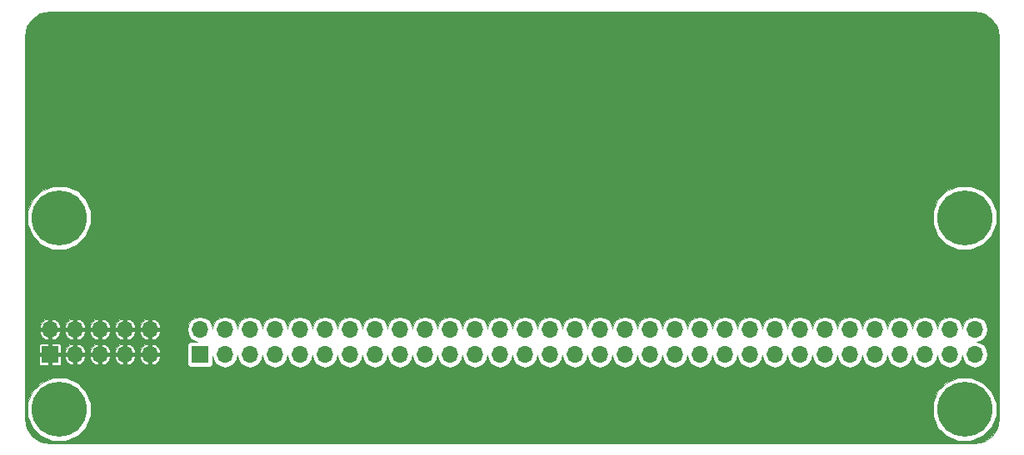
<source format=gbr>
G04 #@! TF.FileFunction,Copper,L2,Bot,Signal*
%FSLAX46Y46*%
G04 Gerber Fmt 4.6, Leading zero omitted, Abs format (unit mm)*
G04 Created by KiCad (PCBNEW 4.0.7-e2-6376~58~ubuntu17.04.1) date Tue Dec  5 16:05:34 2017*
%MOMM*%
%LPD*%
G01*
G04 APERTURE LIST*
%ADD10C,0.100000*%
%ADD11C,5.600000*%
%ADD12R,1.700000X1.700000*%
%ADD13O,1.700000X1.700000*%
G04 APERTURE END LIST*
D10*
D11*
X96000000Y-21500000D03*
X4000000Y-21500000D03*
X96000000Y-41000000D03*
D12*
X18300000Y-35410000D03*
D13*
X18300000Y-32870000D03*
X20840000Y-35410000D03*
X20840000Y-32870000D03*
X23380000Y-35410000D03*
X23380000Y-32870000D03*
X25920000Y-35410000D03*
X25920000Y-32870000D03*
X28460000Y-35410000D03*
X28460000Y-32870000D03*
X31000000Y-35410000D03*
X31000000Y-32870000D03*
X33540000Y-35410000D03*
X33540000Y-32870000D03*
X36080000Y-35410000D03*
X36080000Y-32870000D03*
X38620000Y-35410000D03*
X38620000Y-32870000D03*
X41160000Y-35410000D03*
X41160000Y-32870000D03*
X43700000Y-35410000D03*
X43700000Y-32870000D03*
X46240000Y-35410000D03*
X46240000Y-32870000D03*
X48780000Y-35410000D03*
X48780000Y-32870000D03*
X51320000Y-35410000D03*
X51320000Y-32870000D03*
X53860000Y-35410000D03*
X53860000Y-32870000D03*
X56400000Y-35410000D03*
X56400000Y-32870000D03*
X58940000Y-35410000D03*
X58940000Y-32870000D03*
X61480000Y-35410000D03*
X61480000Y-32870000D03*
X64020000Y-35410000D03*
X64020000Y-32870000D03*
X66560000Y-35410000D03*
X66560000Y-32870000D03*
X69100000Y-35410000D03*
X69100000Y-32870000D03*
X71640000Y-35410000D03*
X71640000Y-32870000D03*
X74180000Y-35410000D03*
X74180000Y-32870000D03*
X76720000Y-35410000D03*
X76720000Y-32870000D03*
X79260000Y-35410000D03*
X79260000Y-32870000D03*
X81800000Y-35410000D03*
X81800000Y-32870000D03*
X84340000Y-35410000D03*
X84340000Y-32870000D03*
X86880000Y-35410000D03*
X86880000Y-32870000D03*
X89420000Y-35410000D03*
X89420000Y-32870000D03*
X91960000Y-35410000D03*
X91960000Y-32870000D03*
X94500000Y-35410000D03*
X94500000Y-32870000D03*
X97040000Y-35410000D03*
X97040000Y-32870000D03*
D12*
X3060000Y-35410000D03*
D13*
X3060000Y-32870000D03*
X5600000Y-35410000D03*
X5600000Y-32870000D03*
X8140000Y-35410000D03*
X8140000Y-32870000D03*
X10680000Y-35410000D03*
X10680000Y-32870000D03*
X13220000Y-35410000D03*
X13220000Y-32870000D03*
D11*
X4000000Y-41000000D03*
D10*
G36*
X97950618Y-705002D02*
X98756514Y-1243485D01*
X99294998Y-2049383D01*
X99494000Y-3049835D01*
X99494000Y-41950165D01*
X99294998Y-42950617D01*
X98756514Y-43756515D01*
X97950618Y-44294998D01*
X96950165Y-44494000D01*
X3049835Y-44494000D01*
X2049383Y-44294998D01*
X1243485Y-43756514D01*
X705002Y-42950618D01*
X506000Y-41950165D01*
X506000Y-41639866D01*
X768440Y-41639866D01*
X1259294Y-42827823D01*
X2167396Y-43737511D01*
X3354495Y-44230438D01*
X4639866Y-44231560D01*
X5827823Y-43740706D01*
X6737511Y-42832604D01*
X7230438Y-41645505D01*
X7230442Y-41639866D01*
X92768440Y-41639866D01*
X93259294Y-42827823D01*
X94167396Y-43737511D01*
X95354495Y-44230438D01*
X96639866Y-44231560D01*
X97827823Y-43740706D01*
X98737511Y-42832604D01*
X99230438Y-41645505D01*
X99231560Y-40360134D01*
X98740706Y-39172177D01*
X97832604Y-38262489D01*
X96645505Y-37769562D01*
X95360134Y-37768440D01*
X94172177Y-38259294D01*
X93262489Y-39167396D01*
X92769562Y-40354495D01*
X92768440Y-41639866D01*
X7230442Y-41639866D01*
X7231560Y-40360134D01*
X6740706Y-39172177D01*
X5832604Y-38262489D01*
X4645505Y-37769562D01*
X3360134Y-37768440D01*
X2172177Y-38259294D01*
X1262489Y-39167396D01*
X769562Y-40354495D01*
X768440Y-41639866D01*
X506000Y-41639866D01*
X506000Y-35672500D01*
X1960000Y-35672500D01*
X1960000Y-36309728D01*
X1998060Y-36401614D01*
X2068386Y-36471940D01*
X2160272Y-36510000D01*
X2797500Y-36510000D01*
X2860000Y-36447500D01*
X2860000Y-35610000D01*
X3260000Y-35610000D01*
X3260000Y-36447500D01*
X3322500Y-36510000D01*
X3959728Y-36510000D01*
X4051614Y-36471940D01*
X4121940Y-36401614D01*
X4160000Y-36309728D01*
X4160000Y-35776751D01*
X4562918Y-35776751D01*
X4782211Y-36145708D01*
X5126005Y-36402660D01*
X5233253Y-36447061D01*
X5400000Y-36428040D01*
X5400000Y-35610000D01*
X5800000Y-35610000D01*
X5800000Y-36428040D01*
X5966747Y-36447061D01*
X6073995Y-36402660D01*
X6417789Y-36145708D01*
X6637082Y-35776751D01*
X7102918Y-35776751D01*
X7322211Y-36145708D01*
X7666005Y-36402660D01*
X7773253Y-36447061D01*
X7940000Y-36428040D01*
X7940000Y-35610000D01*
X8340000Y-35610000D01*
X8340000Y-36428040D01*
X8506747Y-36447061D01*
X8613995Y-36402660D01*
X8957789Y-36145708D01*
X9177082Y-35776751D01*
X9642918Y-35776751D01*
X9862211Y-36145708D01*
X10206005Y-36402660D01*
X10313253Y-36447061D01*
X10480000Y-36428040D01*
X10480000Y-35610000D01*
X10880000Y-35610000D01*
X10880000Y-36428040D01*
X11046747Y-36447061D01*
X11153995Y-36402660D01*
X11497789Y-36145708D01*
X11717082Y-35776751D01*
X12182918Y-35776751D01*
X12402211Y-36145708D01*
X12746005Y-36402660D01*
X12853253Y-36447061D01*
X13020000Y-36428040D01*
X13020000Y-35610000D01*
X13420000Y-35610000D01*
X13420000Y-36428040D01*
X13586747Y-36447061D01*
X13693995Y-36402660D01*
X14037789Y-36145708D01*
X14257082Y-35776751D01*
X14239186Y-35610000D01*
X13420000Y-35610000D01*
X13020000Y-35610000D01*
X12200814Y-35610000D01*
X12182918Y-35776751D01*
X11717082Y-35776751D01*
X11699186Y-35610000D01*
X10880000Y-35610000D01*
X10480000Y-35610000D01*
X9660814Y-35610000D01*
X9642918Y-35776751D01*
X9177082Y-35776751D01*
X9159186Y-35610000D01*
X8340000Y-35610000D01*
X7940000Y-35610000D01*
X7120814Y-35610000D01*
X7102918Y-35776751D01*
X6637082Y-35776751D01*
X6619186Y-35610000D01*
X5800000Y-35610000D01*
X5400000Y-35610000D01*
X4580814Y-35610000D01*
X4562918Y-35776751D01*
X4160000Y-35776751D01*
X4160000Y-35672500D01*
X4097500Y-35610000D01*
X3260000Y-35610000D01*
X2860000Y-35610000D01*
X2022500Y-35610000D01*
X1960000Y-35672500D01*
X506000Y-35672500D01*
X506000Y-34510272D01*
X1960000Y-34510272D01*
X1960000Y-35147500D01*
X2022500Y-35210000D01*
X2860000Y-35210000D01*
X2860000Y-34372500D01*
X3260000Y-34372500D01*
X3260000Y-35210000D01*
X4097500Y-35210000D01*
X4160000Y-35147500D01*
X4160000Y-35043249D01*
X4562918Y-35043249D01*
X4580814Y-35210000D01*
X5400000Y-35210000D01*
X5400000Y-34391960D01*
X5800000Y-34391960D01*
X5800000Y-35210000D01*
X6619186Y-35210000D01*
X6637082Y-35043249D01*
X7102918Y-35043249D01*
X7120814Y-35210000D01*
X7940000Y-35210000D01*
X7940000Y-34391960D01*
X8340000Y-34391960D01*
X8340000Y-35210000D01*
X9159186Y-35210000D01*
X9177082Y-35043249D01*
X9642918Y-35043249D01*
X9660814Y-35210000D01*
X10480000Y-35210000D01*
X10480000Y-34391960D01*
X10880000Y-34391960D01*
X10880000Y-35210000D01*
X11699186Y-35210000D01*
X11717082Y-35043249D01*
X12182918Y-35043249D01*
X12200814Y-35210000D01*
X13020000Y-35210000D01*
X13020000Y-34391960D01*
X13420000Y-34391960D01*
X13420000Y-35210000D01*
X14239186Y-35210000D01*
X14257082Y-35043249D01*
X14037789Y-34674292D01*
X13884870Y-34560000D01*
X17010557Y-34560000D01*
X17010557Y-36260000D01*
X17040610Y-36419719D01*
X17135004Y-36566411D01*
X17279032Y-36664821D01*
X17450000Y-36699443D01*
X19150000Y-36699443D01*
X19309719Y-36669390D01*
X19456411Y-36574996D01*
X19554821Y-36430968D01*
X19589443Y-36260000D01*
X19589443Y-35588144D01*
X19656510Y-35925313D01*
X19934196Y-36340900D01*
X20349783Y-36618586D01*
X20840000Y-36716096D01*
X21330217Y-36618586D01*
X21745804Y-36340900D01*
X22023490Y-35925313D01*
X22110000Y-35490397D01*
X22196510Y-35925313D01*
X22474196Y-36340900D01*
X22889783Y-36618586D01*
X23380000Y-36716096D01*
X23870217Y-36618586D01*
X24285804Y-36340900D01*
X24563490Y-35925313D01*
X24650000Y-35490397D01*
X24736510Y-35925313D01*
X25014196Y-36340900D01*
X25429783Y-36618586D01*
X25920000Y-36716096D01*
X26410217Y-36618586D01*
X26825804Y-36340900D01*
X27103490Y-35925313D01*
X27190000Y-35490397D01*
X27276510Y-35925313D01*
X27554196Y-36340900D01*
X27969783Y-36618586D01*
X28460000Y-36716096D01*
X28950217Y-36618586D01*
X29365804Y-36340900D01*
X29643490Y-35925313D01*
X29730000Y-35490397D01*
X29816510Y-35925313D01*
X30094196Y-36340900D01*
X30509783Y-36618586D01*
X31000000Y-36716096D01*
X31490217Y-36618586D01*
X31905804Y-36340900D01*
X32183490Y-35925313D01*
X32270000Y-35490397D01*
X32356510Y-35925313D01*
X32634196Y-36340900D01*
X33049783Y-36618586D01*
X33540000Y-36716096D01*
X34030217Y-36618586D01*
X34445804Y-36340900D01*
X34723490Y-35925313D01*
X34810000Y-35490397D01*
X34896510Y-35925313D01*
X35174196Y-36340900D01*
X35589783Y-36618586D01*
X36080000Y-36716096D01*
X36570217Y-36618586D01*
X36985804Y-36340900D01*
X37263490Y-35925313D01*
X37350000Y-35490397D01*
X37436510Y-35925313D01*
X37714196Y-36340900D01*
X38129783Y-36618586D01*
X38620000Y-36716096D01*
X39110217Y-36618586D01*
X39525804Y-36340900D01*
X39803490Y-35925313D01*
X39890000Y-35490397D01*
X39976510Y-35925313D01*
X40254196Y-36340900D01*
X40669783Y-36618586D01*
X41160000Y-36716096D01*
X41650217Y-36618586D01*
X42065804Y-36340900D01*
X42343490Y-35925313D01*
X42430000Y-35490397D01*
X42516510Y-35925313D01*
X42794196Y-36340900D01*
X43209783Y-36618586D01*
X43700000Y-36716096D01*
X44190217Y-36618586D01*
X44605804Y-36340900D01*
X44883490Y-35925313D01*
X44970000Y-35490397D01*
X45056510Y-35925313D01*
X45334196Y-36340900D01*
X45749783Y-36618586D01*
X46240000Y-36716096D01*
X46730217Y-36618586D01*
X47145804Y-36340900D01*
X47423490Y-35925313D01*
X47510000Y-35490397D01*
X47596510Y-35925313D01*
X47874196Y-36340900D01*
X48289783Y-36618586D01*
X48780000Y-36716096D01*
X49270217Y-36618586D01*
X49685804Y-36340900D01*
X49963490Y-35925313D01*
X50050000Y-35490397D01*
X50136510Y-35925313D01*
X50414196Y-36340900D01*
X50829783Y-36618586D01*
X51320000Y-36716096D01*
X51810217Y-36618586D01*
X52225804Y-36340900D01*
X52503490Y-35925313D01*
X52590000Y-35490397D01*
X52676510Y-35925313D01*
X52954196Y-36340900D01*
X53369783Y-36618586D01*
X53860000Y-36716096D01*
X54350217Y-36618586D01*
X54765804Y-36340900D01*
X55043490Y-35925313D01*
X55130000Y-35490397D01*
X55216510Y-35925313D01*
X55494196Y-36340900D01*
X55909783Y-36618586D01*
X56400000Y-36716096D01*
X56890217Y-36618586D01*
X57305804Y-36340900D01*
X57583490Y-35925313D01*
X57670000Y-35490397D01*
X57756510Y-35925313D01*
X58034196Y-36340900D01*
X58449783Y-36618586D01*
X58940000Y-36716096D01*
X59430217Y-36618586D01*
X59845804Y-36340900D01*
X60123490Y-35925313D01*
X60210000Y-35490397D01*
X60296510Y-35925313D01*
X60574196Y-36340900D01*
X60989783Y-36618586D01*
X61480000Y-36716096D01*
X61970217Y-36618586D01*
X62385804Y-36340900D01*
X62663490Y-35925313D01*
X62750000Y-35490397D01*
X62836510Y-35925313D01*
X63114196Y-36340900D01*
X63529783Y-36618586D01*
X64020000Y-36716096D01*
X64510217Y-36618586D01*
X64925804Y-36340900D01*
X65203490Y-35925313D01*
X65290000Y-35490397D01*
X65376510Y-35925313D01*
X65654196Y-36340900D01*
X66069783Y-36618586D01*
X66560000Y-36716096D01*
X67050217Y-36618586D01*
X67465804Y-36340900D01*
X67743490Y-35925313D01*
X67830000Y-35490397D01*
X67916510Y-35925313D01*
X68194196Y-36340900D01*
X68609783Y-36618586D01*
X69100000Y-36716096D01*
X69590217Y-36618586D01*
X70005804Y-36340900D01*
X70283490Y-35925313D01*
X70370000Y-35490397D01*
X70456510Y-35925313D01*
X70734196Y-36340900D01*
X71149783Y-36618586D01*
X71640000Y-36716096D01*
X72130217Y-36618586D01*
X72545804Y-36340900D01*
X72823490Y-35925313D01*
X72910000Y-35490397D01*
X72996510Y-35925313D01*
X73274196Y-36340900D01*
X73689783Y-36618586D01*
X74180000Y-36716096D01*
X74670217Y-36618586D01*
X75085804Y-36340900D01*
X75363490Y-35925313D01*
X75450000Y-35490397D01*
X75536510Y-35925313D01*
X75814196Y-36340900D01*
X76229783Y-36618586D01*
X76720000Y-36716096D01*
X77210217Y-36618586D01*
X77625804Y-36340900D01*
X77903490Y-35925313D01*
X77990000Y-35490397D01*
X78076510Y-35925313D01*
X78354196Y-36340900D01*
X78769783Y-36618586D01*
X79260000Y-36716096D01*
X79750217Y-36618586D01*
X80165804Y-36340900D01*
X80443490Y-35925313D01*
X80530000Y-35490397D01*
X80616510Y-35925313D01*
X80894196Y-36340900D01*
X81309783Y-36618586D01*
X81800000Y-36716096D01*
X82290217Y-36618586D01*
X82705804Y-36340900D01*
X82983490Y-35925313D01*
X83070000Y-35490397D01*
X83156510Y-35925313D01*
X83434196Y-36340900D01*
X83849783Y-36618586D01*
X84340000Y-36716096D01*
X84830217Y-36618586D01*
X85245804Y-36340900D01*
X85523490Y-35925313D01*
X85610000Y-35490397D01*
X85696510Y-35925313D01*
X85974196Y-36340900D01*
X86389783Y-36618586D01*
X86880000Y-36716096D01*
X87370217Y-36618586D01*
X87785804Y-36340900D01*
X88063490Y-35925313D01*
X88150000Y-35490397D01*
X88236510Y-35925313D01*
X88514196Y-36340900D01*
X88929783Y-36618586D01*
X89420000Y-36716096D01*
X89910217Y-36618586D01*
X90325804Y-36340900D01*
X90603490Y-35925313D01*
X90690000Y-35490397D01*
X90776510Y-35925313D01*
X91054196Y-36340900D01*
X91469783Y-36618586D01*
X91960000Y-36716096D01*
X92450217Y-36618586D01*
X92865804Y-36340900D01*
X93143490Y-35925313D01*
X93230000Y-35490397D01*
X93316510Y-35925313D01*
X93594196Y-36340900D01*
X94009783Y-36618586D01*
X94500000Y-36716096D01*
X94990217Y-36618586D01*
X95405804Y-36340900D01*
X95683490Y-35925313D01*
X95770000Y-35490397D01*
X95856510Y-35925313D01*
X96134196Y-36340900D01*
X96549783Y-36618586D01*
X97040000Y-36716096D01*
X97530217Y-36618586D01*
X97945804Y-36340900D01*
X98223490Y-35925313D01*
X98321000Y-35435096D01*
X98321000Y-35384904D01*
X98223490Y-34894687D01*
X97945804Y-34479100D01*
X97530217Y-34201414D01*
X97221467Y-34140000D01*
X97530217Y-34078586D01*
X97945804Y-33800900D01*
X98223490Y-33385313D01*
X98321000Y-32895096D01*
X98321000Y-32844904D01*
X98223490Y-32354687D01*
X97945804Y-31939100D01*
X97530217Y-31661414D01*
X97040000Y-31563904D01*
X96549783Y-31661414D01*
X96134196Y-31939100D01*
X95856510Y-32354687D01*
X95770000Y-32789603D01*
X95683490Y-32354687D01*
X95405804Y-31939100D01*
X94990217Y-31661414D01*
X94500000Y-31563904D01*
X94009783Y-31661414D01*
X93594196Y-31939100D01*
X93316510Y-32354687D01*
X93230000Y-32789603D01*
X93143490Y-32354687D01*
X92865804Y-31939100D01*
X92450217Y-31661414D01*
X91960000Y-31563904D01*
X91469783Y-31661414D01*
X91054196Y-31939100D01*
X90776510Y-32354687D01*
X90690000Y-32789603D01*
X90603490Y-32354687D01*
X90325804Y-31939100D01*
X89910217Y-31661414D01*
X89420000Y-31563904D01*
X88929783Y-31661414D01*
X88514196Y-31939100D01*
X88236510Y-32354687D01*
X88150000Y-32789603D01*
X88063490Y-32354687D01*
X87785804Y-31939100D01*
X87370217Y-31661414D01*
X86880000Y-31563904D01*
X86389783Y-31661414D01*
X85974196Y-31939100D01*
X85696510Y-32354687D01*
X85610000Y-32789603D01*
X85523490Y-32354687D01*
X85245804Y-31939100D01*
X84830217Y-31661414D01*
X84340000Y-31563904D01*
X83849783Y-31661414D01*
X83434196Y-31939100D01*
X83156510Y-32354687D01*
X83070000Y-32789603D01*
X82983490Y-32354687D01*
X82705804Y-31939100D01*
X82290217Y-31661414D01*
X81800000Y-31563904D01*
X81309783Y-31661414D01*
X80894196Y-31939100D01*
X80616510Y-32354687D01*
X80530000Y-32789603D01*
X80443490Y-32354687D01*
X80165804Y-31939100D01*
X79750217Y-31661414D01*
X79260000Y-31563904D01*
X78769783Y-31661414D01*
X78354196Y-31939100D01*
X78076510Y-32354687D01*
X77990000Y-32789603D01*
X77903490Y-32354687D01*
X77625804Y-31939100D01*
X77210217Y-31661414D01*
X76720000Y-31563904D01*
X76229783Y-31661414D01*
X75814196Y-31939100D01*
X75536510Y-32354687D01*
X75450000Y-32789603D01*
X75363490Y-32354687D01*
X75085804Y-31939100D01*
X74670217Y-31661414D01*
X74180000Y-31563904D01*
X73689783Y-31661414D01*
X73274196Y-31939100D01*
X72996510Y-32354687D01*
X72910000Y-32789603D01*
X72823490Y-32354687D01*
X72545804Y-31939100D01*
X72130217Y-31661414D01*
X71640000Y-31563904D01*
X71149783Y-31661414D01*
X70734196Y-31939100D01*
X70456510Y-32354687D01*
X70370000Y-32789603D01*
X70283490Y-32354687D01*
X70005804Y-31939100D01*
X69590217Y-31661414D01*
X69100000Y-31563904D01*
X68609783Y-31661414D01*
X68194196Y-31939100D01*
X67916510Y-32354687D01*
X67830000Y-32789603D01*
X67743490Y-32354687D01*
X67465804Y-31939100D01*
X67050217Y-31661414D01*
X66560000Y-31563904D01*
X66069783Y-31661414D01*
X65654196Y-31939100D01*
X65376510Y-32354687D01*
X65290000Y-32789603D01*
X65203490Y-32354687D01*
X64925804Y-31939100D01*
X64510217Y-31661414D01*
X64020000Y-31563904D01*
X63529783Y-31661414D01*
X63114196Y-31939100D01*
X62836510Y-32354687D01*
X62750000Y-32789603D01*
X62663490Y-32354687D01*
X62385804Y-31939100D01*
X61970217Y-31661414D01*
X61480000Y-31563904D01*
X60989783Y-31661414D01*
X60574196Y-31939100D01*
X60296510Y-32354687D01*
X60210000Y-32789603D01*
X60123490Y-32354687D01*
X59845804Y-31939100D01*
X59430217Y-31661414D01*
X58940000Y-31563904D01*
X58449783Y-31661414D01*
X58034196Y-31939100D01*
X57756510Y-32354687D01*
X57670000Y-32789603D01*
X57583490Y-32354687D01*
X57305804Y-31939100D01*
X56890217Y-31661414D01*
X56400000Y-31563904D01*
X55909783Y-31661414D01*
X55494196Y-31939100D01*
X55216510Y-32354687D01*
X55130000Y-32789603D01*
X55043490Y-32354687D01*
X54765804Y-31939100D01*
X54350217Y-31661414D01*
X53860000Y-31563904D01*
X53369783Y-31661414D01*
X52954196Y-31939100D01*
X52676510Y-32354687D01*
X52590000Y-32789603D01*
X52503490Y-32354687D01*
X52225804Y-31939100D01*
X51810217Y-31661414D01*
X51320000Y-31563904D01*
X50829783Y-31661414D01*
X50414196Y-31939100D01*
X50136510Y-32354687D01*
X50050000Y-32789603D01*
X49963490Y-32354687D01*
X49685804Y-31939100D01*
X49270217Y-31661414D01*
X48780000Y-31563904D01*
X48289783Y-31661414D01*
X47874196Y-31939100D01*
X47596510Y-32354687D01*
X47510000Y-32789603D01*
X47423490Y-32354687D01*
X47145804Y-31939100D01*
X46730217Y-31661414D01*
X46240000Y-31563904D01*
X45749783Y-31661414D01*
X45334196Y-31939100D01*
X45056510Y-32354687D01*
X44970000Y-32789603D01*
X44883490Y-32354687D01*
X44605804Y-31939100D01*
X44190217Y-31661414D01*
X43700000Y-31563904D01*
X43209783Y-31661414D01*
X42794196Y-31939100D01*
X42516510Y-32354687D01*
X42430000Y-32789603D01*
X42343490Y-32354687D01*
X42065804Y-31939100D01*
X41650217Y-31661414D01*
X41160000Y-31563904D01*
X40669783Y-31661414D01*
X40254196Y-31939100D01*
X39976510Y-32354687D01*
X39890000Y-32789603D01*
X39803490Y-32354687D01*
X39525804Y-31939100D01*
X39110217Y-31661414D01*
X38620000Y-31563904D01*
X38129783Y-31661414D01*
X37714196Y-31939100D01*
X37436510Y-32354687D01*
X37350000Y-32789603D01*
X37263490Y-32354687D01*
X36985804Y-31939100D01*
X36570217Y-31661414D01*
X36080000Y-31563904D01*
X35589783Y-31661414D01*
X35174196Y-31939100D01*
X34896510Y-32354687D01*
X34810000Y-32789603D01*
X34723490Y-32354687D01*
X34445804Y-31939100D01*
X34030217Y-31661414D01*
X33540000Y-31563904D01*
X33049783Y-31661414D01*
X32634196Y-31939100D01*
X32356510Y-32354687D01*
X32270000Y-32789603D01*
X32183490Y-32354687D01*
X31905804Y-31939100D01*
X31490217Y-31661414D01*
X31000000Y-31563904D01*
X30509783Y-31661414D01*
X30094196Y-31939100D01*
X29816510Y-32354687D01*
X29730000Y-32789603D01*
X29643490Y-32354687D01*
X29365804Y-31939100D01*
X28950217Y-31661414D01*
X28460000Y-31563904D01*
X27969783Y-31661414D01*
X27554196Y-31939100D01*
X27276510Y-32354687D01*
X27190000Y-32789603D01*
X27103490Y-32354687D01*
X26825804Y-31939100D01*
X26410217Y-31661414D01*
X25920000Y-31563904D01*
X25429783Y-31661414D01*
X25014196Y-31939100D01*
X24736510Y-32354687D01*
X24650000Y-32789603D01*
X24563490Y-32354687D01*
X24285804Y-31939100D01*
X23870217Y-31661414D01*
X23380000Y-31563904D01*
X22889783Y-31661414D01*
X22474196Y-31939100D01*
X22196510Y-32354687D01*
X22110000Y-32789603D01*
X22023490Y-32354687D01*
X21745804Y-31939100D01*
X21330217Y-31661414D01*
X20840000Y-31563904D01*
X20349783Y-31661414D01*
X19934196Y-31939100D01*
X19656510Y-32354687D01*
X19570000Y-32789603D01*
X19483490Y-32354687D01*
X19205804Y-31939100D01*
X18790217Y-31661414D01*
X18300000Y-31563904D01*
X17809783Y-31661414D01*
X17394196Y-31939100D01*
X17116510Y-32354687D01*
X17019000Y-32844904D01*
X17019000Y-32895096D01*
X17116510Y-33385313D01*
X17394196Y-33800900D01*
X17809783Y-34078586D01*
X18020786Y-34120557D01*
X17450000Y-34120557D01*
X17290281Y-34150610D01*
X17143589Y-34245004D01*
X17045179Y-34389032D01*
X17010557Y-34560000D01*
X13884870Y-34560000D01*
X13693995Y-34417340D01*
X13586747Y-34372939D01*
X13420000Y-34391960D01*
X13020000Y-34391960D01*
X12853253Y-34372939D01*
X12746005Y-34417340D01*
X12402211Y-34674292D01*
X12182918Y-35043249D01*
X11717082Y-35043249D01*
X11497789Y-34674292D01*
X11153995Y-34417340D01*
X11046747Y-34372939D01*
X10880000Y-34391960D01*
X10480000Y-34391960D01*
X10313253Y-34372939D01*
X10206005Y-34417340D01*
X9862211Y-34674292D01*
X9642918Y-35043249D01*
X9177082Y-35043249D01*
X8957789Y-34674292D01*
X8613995Y-34417340D01*
X8506747Y-34372939D01*
X8340000Y-34391960D01*
X7940000Y-34391960D01*
X7773253Y-34372939D01*
X7666005Y-34417340D01*
X7322211Y-34674292D01*
X7102918Y-35043249D01*
X6637082Y-35043249D01*
X6417789Y-34674292D01*
X6073995Y-34417340D01*
X5966747Y-34372939D01*
X5800000Y-34391960D01*
X5400000Y-34391960D01*
X5233253Y-34372939D01*
X5126005Y-34417340D01*
X4782211Y-34674292D01*
X4562918Y-35043249D01*
X4160000Y-35043249D01*
X4160000Y-34510272D01*
X4121940Y-34418386D01*
X4051614Y-34348060D01*
X3959728Y-34310000D01*
X3322500Y-34310000D01*
X3260000Y-34372500D01*
X2860000Y-34372500D01*
X2797500Y-34310000D01*
X2160272Y-34310000D01*
X2068386Y-34348060D01*
X1998060Y-34418386D01*
X1960000Y-34510272D01*
X506000Y-34510272D01*
X506000Y-33236751D01*
X2022918Y-33236751D01*
X2242211Y-33605708D01*
X2586005Y-33862660D01*
X2693253Y-33907061D01*
X2860000Y-33888040D01*
X2860000Y-33070000D01*
X3260000Y-33070000D01*
X3260000Y-33888040D01*
X3426747Y-33907061D01*
X3533995Y-33862660D01*
X3877789Y-33605708D01*
X4097082Y-33236751D01*
X4562918Y-33236751D01*
X4782211Y-33605708D01*
X5126005Y-33862660D01*
X5233253Y-33907061D01*
X5400000Y-33888040D01*
X5400000Y-33070000D01*
X5800000Y-33070000D01*
X5800000Y-33888040D01*
X5966747Y-33907061D01*
X6073995Y-33862660D01*
X6417789Y-33605708D01*
X6637082Y-33236751D01*
X7102918Y-33236751D01*
X7322211Y-33605708D01*
X7666005Y-33862660D01*
X7773253Y-33907061D01*
X7940000Y-33888040D01*
X7940000Y-33070000D01*
X8340000Y-33070000D01*
X8340000Y-33888040D01*
X8506747Y-33907061D01*
X8613995Y-33862660D01*
X8957789Y-33605708D01*
X9177082Y-33236751D01*
X9642918Y-33236751D01*
X9862211Y-33605708D01*
X10206005Y-33862660D01*
X10313253Y-33907061D01*
X10480000Y-33888040D01*
X10480000Y-33070000D01*
X10880000Y-33070000D01*
X10880000Y-33888040D01*
X11046747Y-33907061D01*
X11153995Y-33862660D01*
X11497789Y-33605708D01*
X11717082Y-33236751D01*
X12182918Y-33236751D01*
X12402211Y-33605708D01*
X12746005Y-33862660D01*
X12853253Y-33907061D01*
X13020000Y-33888040D01*
X13020000Y-33070000D01*
X13420000Y-33070000D01*
X13420000Y-33888040D01*
X13586747Y-33907061D01*
X13693995Y-33862660D01*
X14037789Y-33605708D01*
X14257082Y-33236751D01*
X14239186Y-33070000D01*
X13420000Y-33070000D01*
X13020000Y-33070000D01*
X12200814Y-33070000D01*
X12182918Y-33236751D01*
X11717082Y-33236751D01*
X11699186Y-33070000D01*
X10880000Y-33070000D01*
X10480000Y-33070000D01*
X9660814Y-33070000D01*
X9642918Y-33236751D01*
X9177082Y-33236751D01*
X9159186Y-33070000D01*
X8340000Y-33070000D01*
X7940000Y-33070000D01*
X7120814Y-33070000D01*
X7102918Y-33236751D01*
X6637082Y-33236751D01*
X6619186Y-33070000D01*
X5800000Y-33070000D01*
X5400000Y-33070000D01*
X4580814Y-33070000D01*
X4562918Y-33236751D01*
X4097082Y-33236751D01*
X4079186Y-33070000D01*
X3260000Y-33070000D01*
X2860000Y-33070000D01*
X2040814Y-33070000D01*
X2022918Y-33236751D01*
X506000Y-33236751D01*
X506000Y-32503249D01*
X2022918Y-32503249D01*
X2040814Y-32670000D01*
X2860000Y-32670000D01*
X2860000Y-31851960D01*
X3260000Y-31851960D01*
X3260000Y-32670000D01*
X4079186Y-32670000D01*
X4097082Y-32503249D01*
X4562918Y-32503249D01*
X4580814Y-32670000D01*
X5400000Y-32670000D01*
X5400000Y-31851960D01*
X5800000Y-31851960D01*
X5800000Y-32670000D01*
X6619186Y-32670000D01*
X6637082Y-32503249D01*
X7102918Y-32503249D01*
X7120814Y-32670000D01*
X7940000Y-32670000D01*
X7940000Y-31851960D01*
X8340000Y-31851960D01*
X8340000Y-32670000D01*
X9159186Y-32670000D01*
X9177082Y-32503249D01*
X9642918Y-32503249D01*
X9660814Y-32670000D01*
X10480000Y-32670000D01*
X10480000Y-31851960D01*
X10880000Y-31851960D01*
X10880000Y-32670000D01*
X11699186Y-32670000D01*
X11717082Y-32503249D01*
X12182918Y-32503249D01*
X12200814Y-32670000D01*
X13020000Y-32670000D01*
X13020000Y-31851960D01*
X13420000Y-31851960D01*
X13420000Y-32670000D01*
X14239186Y-32670000D01*
X14257082Y-32503249D01*
X14037789Y-32134292D01*
X13693995Y-31877340D01*
X13586747Y-31832939D01*
X13420000Y-31851960D01*
X13020000Y-31851960D01*
X12853253Y-31832939D01*
X12746005Y-31877340D01*
X12402211Y-32134292D01*
X12182918Y-32503249D01*
X11717082Y-32503249D01*
X11497789Y-32134292D01*
X11153995Y-31877340D01*
X11046747Y-31832939D01*
X10880000Y-31851960D01*
X10480000Y-31851960D01*
X10313253Y-31832939D01*
X10206005Y-31877340D01*
X9862211Y-32134292D01*
X9642918Y-32503249D01*
X9177082Y-32503249D01*
X8957789Y-32134292D01*
X8613995Y-31877340D01*
X8506747Y-31832939D01*
X8340000Y-31851960D01*
X7940000Y-31851960D01*
X7773253Y-31832939D01*
X7666005Y-31877340D01*
X7322211Y-32134292D01*
X7102918Y-32503249D01*
X6637082Y-32503249D01*
X6417789Y-32134292D01*
X6073995Y-31877340D01*
X5966747Y-31832939D01*
X5800000Y-31851960D01*
X5400000Y-31851960D01*
X5233253Y-31832939D01*
X5126005Y-31877340D01*
X4782211Y-32134292D01*
X4562918Y-32503249D01*
X4097082Y-32503249D01*
X3877789Y-32134292D01*
X3533995Y-31877340D01*
X3426747Y-31832939D01*
X3260000Y-31851960D01*
X2860000Y-31851960D01*
X2693253Y-31832939D01*
X2586005Y-31877340D01*
X2242211Y-32134292D01*
X2022918Y-32503249D01*
X506000Y-32503249D01*
X506000Y-22139866D01*
X768440Y-22139866D01*
X1259294Y-23327823D01*
X2167396Y-24237511D01*
X3354495Y-24730438D01*
X4639866Y-24731560D01*
X5827823Y-24240706D01*
X6737511Y-23332604D01*
X7230438Y-22145505D01*
X7230442Y-22139866D01*
X92768440Y-22139866D01*
X93259294Y-23327823D01*
X94167396Y-24237511D01*
X95354495Y-24730438D01*
X96639866Y-24731560D01*
X97827823Y-24240706D01*
X98737511Y-23332604D01*
X99230438Y-22145505D01*
X99231560Y-20860134D01*
X98740706Y-19672177D01*
X97832604Y-18762489D01*
X96645505Y-18269562D01*
X95360134Y-18268440D01*
X94172177Y-18759294D01*
X93262489Y-19667396D01*
X92769562Y-20854495D01*
X92768440Y-22139866D01*
X7230442Y-22139866D01*
X7231560Y-20860134D01*
X6740706Y-19672177D01*
X5832604Y-18762489D01*
X4645505Y-18269562D01*
X3360134Y-18268440D01*
X2172177Y-18759294D01*
X1262489Y-19667396D01*
X769562Y-20854495D01*
X768440Y-22139866D01*
X506000Y-22139866D01*
X506000Y-3049835D01*
X705002Y-2049382D01*
X1243485Y-1243486D01*
X2049383Y-705002D01*
X3049835Y-506000D01*
X96950165Y-506000D01*
X97950618Y-705002D01*
X97950618Y-705002D01*
G37*
X97950618Y-705002D02*
X98756514Y-1243485D01*
X99294998Y-2049383D01*
X99494000Y-3049835D01*
X99494000Y-41950165D01*
X99294998Y-42950617D01*
X98756514Y-43756515D01*
X97950618Y-44294998D01*
X96950165Y-44494000D01*
X3049835Y-44494000D01*
X2049383Y-44294998D01*
X1243485Y-43756514D01*
X705002Y-42950618D01*
X506000Y-41950165D01*
X506000Y-41639866D01*
X768440Y-41639866D01*
X1259294Y-42827823D01*
X2167396Y-43737511D01*
X3354495Y-44230438D01*
X4639866Y-44231560D01*
X5827823Y-43740706D01*
X6737511Y-42832604D01*
X7230438Y-41645505D01*
X7230442Y-41639866D01*
X92768440Y-41639866D01*
X93259294Y-42827823D01*
X94167396Y-43737511D01*
X95354495Y-44230438D01*
X96639866Y-44231560D01*
X97827823Y-43740706D01*
X98737511Y-42832604D01*
X99230438Y-41645505D01*
X99231560Y-40360134D01*
X98740706Y-39172177D01*
X97832604Y-38262489D01*
X96645505Y-37769562D01*
X95360134Y-37768440D01*
X94172177Y-38259294D01*
X93262489Y-39167396D01*
X92769562Y-40354495D01*
X92768440Y-41639866D01*
X7230442Y-41639866D01*
X7231560Y-40360134D01*
X6740706Y-39172177D01*
X5832604Y-38262489D01*
X4645505Y-37769562D01*
X3360134Y-37768440D01*
X2172177Y-38259294D01*
X1262489Y-39167396D01*
X769562Y-40354495D01*
X768440Y-41639866D01*
X506000Y-41639866D01*
X506000Y-35672500D01*
X1960000Y-35672500D01*
X1960000Y-36309728D01*
X1998060Y-36401614D01*
X2068386Y-36471940D01*
X2160272Y-36510000D01*
X2797500Y-36510000D01*
X2860000Y-36447500D01*
X2860000Y-35610000D01*
X3260000Y-35610000D01*
X3260000Y-36447500D01*
X3322500Y-36510000D01*
X3959728Y-36510000D01*
X4051614Y-36471940D01*
X4121940Y-36401614D01*
X4160000Y-36309728D01*
X4160000Y-35776751D01*
X4562918Y-35776751D01*
X4782211Y-36145708D01*
X5126005Y-36402660D01*
X5233253Y-36447061D01*
X5400000Y-36428040D01*
X5400000Y-35610000D01*
X5800000Y-35610000D01*
X5800000Y-36428040D01*
X5966747Y-36447061D01*
X6073995Y-36402660D01*
X6417789Y-36145708D01*
X6637082Y-35776751D01*
X7102918Y-35776751D01*
X7322211Y-36145708D01*
X7666005Y-36402660D01*
X7773253Y-36447061D01*
X7940000Y-36428040D01*
X7940000Y-35610000D01*
X8340000Y-35610000D01*
X8340000Y-36428040D01*
X8506747Y-36447061D01*
X8613995Y-36402660D01*
X8957789Y-36145708D01*
X9177082Y-35776751D01*
X9642918Y-35776751D01*
X9862211Y-36145708D01*
X10206005Y-36402660D01*
X10313253Y-36447061D01*
X10480000Y-36428040D01*
X10480000Y-35610000D01*
X10880000Y-35610000D01*
X10880000Y-36428040D01*
X11046747Y-36447061D01*
X11153995Y-36402660D01*
X11497789Y-36145708D01*
X11717082Y-35776751D01*
X12182918Y-35776751D01*
X12402211Y-36145708D01*
X12746005Y-36402660D01*
X12853253Y-36447061D01*
X13020000Y-36428040D01*
X13020000Y-35610000D01*
X13420000Y-35610000D01*
X13420000Y-36428040D01*
X13586747Y-36447061D01*
X13693995Y-36402660D01*
X14037789Y-36145708D01*
X14257082Y-35776751D01*
X14239186Y-35610000D01*
X13420000Y-35610000D01*
X13020000Y-35610000D01*
X12200814Y-35610000D01*
X12182918Y-35776751D01*
X11717082Y-35776751D01*
X11699186Y-35610000D01*
X10880000Y-35610000D01*
X10480000Y-35610000D01*
X9660814Y-35610000D01*
X9642918Y-35776751D01*
X9177082Y-35776751D01*
X9159186Y-35610000D01*
X8340000Y-35610000D01*
X7940000Y-35610000D01*
X7120814Y-35610000D01*
X7102918Y-35776751D01*
X6637082Y-35776751D01*
X6619186Y-35610000D01*
X5800000Y-35610000D01*
X5400000Y-35610000D01*
X4580814Y-35610000D01*
X4562918Y-35776751D01*
X4160000Y-35776751D01*
X4160000Y-35672500D01*
X4097500Y-35610000D01*
X3260000Y-35610000D01*
X2860000Y-35610000D01*
X2022500Y-35610000D01*
X1960000Y-35672500D01*
X506000Y-35672500D01*
X506000Y-34510272D01*
X1960000Y-34510272D01*
X1960000Y-35147500D01*
X2022500Y-35210000D01*
X2860000Y-35210000D01*
X2860000Y-34372500D01*
X3260000Y-34372500D01*
X3260000Y-35210000D01*
X4097500Y-35210000D01*
X4160000Y-35147500D01*
X4160000Y-35043249D01*
X4562918Y-35043249D01*
X4580814Y-35210000D01*
X5400000Y-35210000D01*
X5400000Y-34391960D01*
X5800000Y-34391960D01*
X5800000Y-35210000D01*
X6619186Y-35210000D01*
X6637082Y-35043249D01*
X7102918Y-35043249D01*
X7120814Y-35210000D01*
X7940000Y-35210000D01*
X7940000Y-34391960D01*
X8340000Y-34391960D01*
X8340000Y-35210000D01*
X9159186Y-35210000D01*
X9177082Y-35043249D01*
X9642918Y-35043249D01*
X9660814Y-35210000D01*
X10480000Y-35210000D01*
X10480000Y-34391960D01*
X10880000Y-34391960D01*
X10880000Y-35210000D01*
X11699186Y-35210000D01*
X11717082Y-35043249D01*
X12182918Y-35043249D01*
X12200814Y-35210000D01*
X13020000Y-35210000D01*
X13020000Y-34391960D01*
X13420000Y-34391960D01*
X13420000Y-35210000D01*
X14239186Y-35210000D01*
X14257082Y-35043249D01*
X14037789Y-34674292D01*
X13884870Y-34560000D01*
X17010557Y-34560000D01*
X17010557Y-36260000D01*
X17040610Y-36419719D01*
X17135004Y-36566411D01*
X17279032Y-36664821D01*
X17450000Y-36699443D01*
X19150000Y-36699443D01*
X19309719Y-36669390D01*
X19456411Y-36574996D01*
X19554821Y-36430968D01*
X19589443Y-36260000D01*
X19589443Y-35588144D01*
X19656510Y-35925313D01*
X19934196Y-36340900D01*
X20349783Y-36618586D01*
X20840000Y-36716096D01*
X21330217Y-36618586D01*
X21745804Y-36340900D01*
X22023490Y-35925313D01*
X22110000Y-35490397D01*
X22196510Y-35925313D01*
X22474196Y-36340900D01*
X22889783Y-36618586D01*
X23380000Y-36716096D01*
X23870217Y-36618586D01*
X24285804Y-36340900D01*
X24563490Y-35925313D01*
X24650000Y-35490397D01*
X24736510Y-35925313D01*
X25014196Y-36340900D01*
X25429783Y-36618586D01*
X25920000Y-36716096D01*
X26410217Y-36618586D01*
X26825804Y-36340900D01*
X27103490Y-35925313D01*
X27190000Y-35490397D01*
X27276510Y-35925313D01*
X27554196Y-36340900D01*
X27969783Y-36618586D01*
X28460000Y-36716096D01*
X28950217Y-36618586D01*
X29365804Y-36340900D01*
X29643490Y-35925313D01*
X29730000Y-35490397D01*
X29816510Y-35925313D01*
X30094196Y-36340900D01*
X30509783Y-36618586D01*
X31000000Y-36716096D01*
X31490217Y-36618586D01*
X31905804Y-36340900D01*
X32183490Y-35925313D01*
X32270000Y-35490397D01*
X32356510Y-35925313D01*
X32634196Y-36340900D01*
X33049783Y-36618586D01*
X33540000Y-36716096D01*
X34030217Y-36618586D01*
X34445804Y-36340900D01*
X34723490Y-35925313D01*
X34810000Y-35490397D01*
X34896510Y-35925313D01*
X35174196Y-36340900D01*
X35589783Y-36618586D01*
X36080000Y-36716096D01*
X36570217Y-36618586D01*
X36985804Y-36340900D01*
X37263490Y-35925313D01*
X37350000Y-35490397D01*
X37436510Y-35925313D01*
X37714196Y-36340900D01*
X38129783Y-36618586D01*
X38620000Y-36716096D01*
X39110217Y-36618586D01*
X39525804Y-36340900D01*
X39803490Y-35925313D01*
X39890000Y-35490397D01*
X39976510Y-35925313D01*
X40254196Y-36340900D01*
X40669783Y-36618586D01*
X41160000Y-36716096D01*
X41650217Y-36618586D01*
X42065804Y-36340900D01*
X42343490Y-35925313D01*
X42430000Y-35490397D01*
X42516510Y-35925313D01*
X42794196Y-36340900D01*
X43209783Y-36618586D01*
X43700000Y-36716096D01*
X44190217Y-36618586D01*
X44605804Y-36340900D01*
X44883490Y-35925313D01*
X44970000Y-35490397D01*
X45056510Y-35925313D01*
X45334196Y-36340900D01*
X45749783Y-36618586D01*
X46240000Y-36716096D01*
X46730217Y-36618586D01*
X47145804Y-36340900D01*
X47423490Y-35925313D01*
X47510000Y-35490397D01*
X47596510Y-35925313D01*
X47874196Y-36340900D01*
X48289783Y-36618586D01*
X48780000Y-36716096D01*
X49270217Y-36618586D01*
X49685804Y-36340900D01*
X49963490Y-35925313D01*
X50050000Y-35490397D01*
X50136510Y-35925313D01*
X50414196Y-36340900D01*
X50829783Y-36618586D01*
X51320000Y-36716096D01*
X51810217Y-36618586D01*
X52225804Y-36340900D01*
X52503490Y-35925313D01*
X52590000Y-35490397D01*
X52676510Y-35925313D01*
X52954196Y-36340900D01*
X53369783Y-36618586D01*
X53860000Y-36716096D01*
X54350217Y-36618586D01*
X54765804Y-36340900D01*
X55043490Y-35925313D01*
X55130000Y-35490397D01*
X55216510Y-35925313D01*
X55494196Y-36340900D01*
X55909783Y-36618586D01*
X56400000Y-36716096D01*
X56890217Y-36618586D01*
X57305804Y-36340900D01*
X57583490Y-35925313D01*
X57670000Y-35490397D01*
X57756510Y-35925313D01*
X58034196Y-36340900D01*
X58449783Y-36618586D01*
X58940000Y-36716096D01*
X59430217Y-36618586D01*
X59845804Y-36340900D01*
X60123490Y-35925313D01*
X60210000Y-35490397D01*
X60296510Y-35925313D01*
X60574196Y-36340900D01*
X60989783Y-36618586D01*
X61480000Y-36716096D01*
X61970217Y-36618586D01*
X62385804Y-36340900D01*
X62663490Y-35925313D01*
X62750000Y-35490397D01*
X62836510Y-35925313D01*
X63114196Y-36340900D01*
X63529783Y-36618586D01*
X64020000Y-36716096D01*
X64510217Y-36618586D01*
X64925804Y-36340900D01*
X65203490Y-35925313D01*
X65290000Y-35490397D01*
X65376510Y-35925313D01*
X65654196Y-36340900D01*
X66069783Y-36618586D01*
X66560000Y-36716096D01*
X67050217Y-36618586D01*
X67465804Y-36340900D01*
X67743490Y-35925313D01*
X67830000Y-35490397D01*
X67916510Y-35925313D01*
X68194196Y-36340900D01*
X68609783Y-36618586D01*
X69100000Y-36716096D01*
X69590217Y-36618586D01*
X70005804Y-36340900D01*
X70283490Y-35925313D01*
X70370000Y-35490397D01*
X70456510Y-35925313D01*
X70734196Y-36340900D01*
X71149783Y-36618586D01*
X71640000Y-36716096D01*
X72130217Y-36618586D01*
X72545804Y-36340900D01*
X72823490Y-35925313D01*
X72910000Y-35490397D01*
X72996510Y-35925313D01*
X73274196Y-36340900D01*
X73689783Y-36618586D01*
X74180000Y-36716096D01*
X74670217Y-36618586D01*
X75085804Y-36340900D01*
X75363490Y-35925313D01*
X75450000Y-35490397D01*
X75536510Y-35925313D01*
X75814196Y-36340900D01*
X76229783Y-36618586D01*
X76720000Y-36716096D01*
X77210217Y-36618586D01*
X77625804Y-36340900D01*
X77903490Y-35925313D01*
X77990000Y-35490397D01*
X78076510Y-35925313D01*
X78354196Y-36340900D01*
X78769783Y-36618586D01*
X79260000Y-36716096D01*
X79750217Y-36618586D01*
X80165804Y-36340900D01*
X80443490Y-35925313D01*
X80530000Y-35490397D01*
X80616510Y-35925313D01*
X80894196Y-36340900D01*
X81309783Y-36618586D01*
X81800000Y-36716096D01*
X82290217Y-36618586D01*
X82705804Y-36340900D01*
X82983490Y-35925313D01*
X83070000Y-35490397D01*
X83156510Y-35925313D01*
X83434196Y-36340900D01*
X83849783Y-36618586D01*
X84340000Y-36716096D01*
X84830217Y-36618586D01*
X85245804Y-36340900D01*
X85523490Y-35925313D01*
X85610000Y-35490397D01*
X85696510Y-35925313D01*
X85974196Y-36340900D01*
X86389783Y-36618586D01*
X86880000Y-36716096D01*
X87370217Y-36618586D01*
X87785804Y-36340900D01*
X88063490Y-35925313D01*
X88150000Y-35490397D01*
X88236510Y-35925313D01*
X88514196Y-36340900D01*
X88929783Y-36618586D01*
X89420000Y-36716096D01*
X89910217Y-36618586D01*
X90325804Y-36340900D01*
X90603490Y-35925313D01*
X90690000Y-35490397D01*
X90776510Y-35925313D01*
X91054196Y-36340900D01*
X91469783Y-36618586D01*
X91960000Y-36716096D01*
X92450217Y-36618586D01*
X92865804Y-36340900D01*
X93143490Y-35925313D01*
X93230000Y-35490397D01*
X93316510Y-35925313D01*
X93594196Y-36340900D01*
X94009783Y-36618586D01*
X94500000Y-36716096D01*
X94990217Y-36618586D01*
X95405804Y-36340900D01*
X95683490Y-35925313D01*
X95770000Y-35490397D01*
X95856510Y-35925313D01*
X96134196Y-36340900D01*
X96549783Y-36618586D01*
X97040000Y-36716096D01*
X97530217Y-36618586D01*
X97945804Y-36340900D01*
X98223490Y-35925313D01*
X98321000Y-35435096D01*
X98321000Y-35384904D01*
X98223490Y-34894687D01*
X97945804Y-34479100D01*
X97530217Y-34201414D01*
X97221467Y-34140000D01*
X97530217Y-34078586D01*
X97945804Y-33800900D01*
X98223490Y-33385313D01*
X98321000Y-32895096D01*
X98321000Y-32844904D01*
X98223490Y-32354687D01*
X97945804Y-31939100D01*
X97530217Y-31661414D01*
X97040000Y-31563904D01*
X96549783Y-31661414D01*
X96134196Y-31939100D01*
X95856510Y-32354687D01*
X95770000Y-32789603D01*
X95683490Y-32354687D01*
X95405804Y-31939100D01*
X94990217Y-31661414D01*
X94500000Y-31563904D01*
X94009783Y-31661414D01*
X93594196Y-31939100D01*
X93316510Y-32354687D01*
X93230000Y-32789603D01*
X93143490Y-32354687D01*
X92865804Y-31939100D01*
X92450217Y-31661414D01*
X91960000Y-31563904D01*
X91469783Y-31661414D01*
X91054196Y-31939100D01*
X90776510Y-32354687D01*
X90690000Y-32789603D01*
X90603490Y-32354687D01*
X90325804Y-31939100D01*
X89910217Y-31661414D01*
X89420000Y-31563904D01*
X88929783Y-31661414D01*
X88514196Y-31939100D01*
X88236510Y-32354687D01*
X88150000Y-32789603D01*
X88063490Y-32354687D01*
X87785804Y-31939100D01*
X87370217Y-31661414D01*
X86880000Y-31563904D01*
X86389783Y-31661414D01*
X85974196Y-31939100D01*
X85696510Y-32354687D01*
X85610000Y-32789603D01*
X85523490Y-32354687D01*
X85245804Y-31939100D01*
X84830217Y-31661414D01*
X84340000Y-31563904D01*
X83849783Y-31661414D01*
X83434196Y-31939100D01*
X83156510Y-32354687D01*
X83070000Y-32789603D01*
X82983490Y-32354687D01*
X82705804Y-31939100D01*
X82290217Y-31661414D01*
X81800000Y-31563904D01*
X81309783Y-31661414D01*
X80894196Y-31939100D01*
X80616510Y-32354687D01*
X80530000Y-32789603D01*
X80443490Y-32354687D01*
X80165804Y-31939100D01*
X79750217Y-31661414D01*
X79260000Y-31563904D01*
X78769783Y-31661414D01*
X78354196Y-31939100D01*
X78076510Y-32354687D01*
X77990000Y-32789603D01*
X77903490Y-32354687D01*
X77625804Y-31939100D01*
X77210217Y-31661414D01*
X76720000Y-31563904D01*
X76229783Y-31661414D01*
X75814196Y-31939100D01*
X75536510Y-32354687D01*
X75450000Y-32789603D01*
X75363490Y-32354687D01*
X75085804Y-31939100D01*
X74670217Y-31661414D01*
X74180000Y-31563904D01*
X73689783Y-31661414D01*
X73274196Y-31939100D01*
X72996510Y-32354687D01*
X72910000Y-32789603D01*
X72823490Y-32354687D01*
X72545804Y-31939100D01*
X72130217Y-31661414D01*
X71640000Y-31563904D01*
X71149783Y-31661414D01*
X70734196Y-31939100D01*
X70456510Y-32354687D01*
X70370000Y-32789603D01*
X70283490Y-32354687D01*
X70005804Y-31939100D01*
X69590217Y-31661414D01*
X69100000Y-31563904D01*
X68609783Y-31661414D01*
X68194196Y-31939100D01*
X67916510Y-32354687D01*
X67830000Y-32789603D01*
X67743490Y-32354687D01*
X67465804Y-31939100D01*
X67050217Y-31661414D01*
X66560000Y-31563904D01*
X66069783Y-31661414D01*
X65654196Y-31939100D01*
X65376510Y-32354687D01*
X65290000Y-32789603D01*
X65203490Y-32354687D01*
X64925804Y-31939100D01*
X64510217Y-31661414D01*
X64020000Y-31563904D01*
X63529783Y-31661414D01*
X63114196Y-31939100D01*
X62836510Y-32354687D01*
X62750000Y-32789603D01*
X62663490Y-32354687D01*
X62385804Y-31939100D01*
X61970217Y-31661414D01*
X61480000Y-31563904D01*
X60989783Y-31661414D01*
X60574196Y-31939100D01*
X60296510Y-32354687D01*
X60210000Y-32789603D01*
X60123490Y-32354687D01*
X59845804Y-31939100D01*
X59430217Y-31661414D01*
X58940000Y-31563904D01*
X58449783Y-31661414D01*
X58034196Y-31939100D01*
X57756510Y-32354687D01*
X57670000Y-32789603D01*
X57583490Y-32354687D01*
X57305804Y-31939100D01*
X56890217Y-31661414D01*
X56400000Y-31563904D01*
X55909783Y-31661414D01*
X55494196Y-31939100D01*
X55216510Y-32354687D01*
X55130000Y-32789603D01*
X55043490Y-32354687D01*
X54765804Y-31939100D01*
X54350217Y-31661414D01*
X53860000Y-31563904D01*
X53369783Y-31661414D01*
X52954196Y-31939100D01*
X52676510Y-32354687D01*
X52590000Y-32789603D01*
X52503490Y-32354687D01*
X52225804Y-31939100D01*
X51810217Y-31661414D01*
X51320000Y-31563904D01*
X50829783Y-31661414D01*
X50414196Y-31939100D01*
X50136510Y-32354687D01*
X50050000Y-32789603D01*
X49963490Y-32354687D01*
X49685804Y-31939100D01*
X49270217Y-31661414D01*
X48780000Y-31563904D01*
X48289783Y-31661414D01*
X47874196Y-31939100D01*
X47596510Y-32354687D01*
X47510000Y-32789603D01*
X47423490Y-32354687D01*
X47145804Y-31939100D01*
X46730217Y-31661414D01*
X46240000Y-31563904D01*
X45749783Y-31661414D01*
X45334196Y-31939100D01*
X45056510Y-32354687D01*
X44970000Y-32789603D01*
X44883490Y-32354687D01*
X44605804Y-31939100D01*
X44190217Y-31661414D01*
X43700000Y-31563904D01*
X43209783Y-31661414D01*
X42794196Y-31939100D01*
X42516510Y-32354687D01*
X42430000Y-32789603D01*
X42343490Y-32354687D01*
X42065804Y-31939100D01*
X41650217Y-31661414D01*
X41160000Y-31563904D01*
X40669783Y-31661414D01*
X40254196Y-31939100D01*
X39976510Y-32354687D01*
X39890000Y-32789603D01*
X39803490Y-32354687D01*
X39525804Y-31939100D01*
X39110217Y-31661414D01*
X38620000Y-31563904D01*
X38129783Y-31661414D01*
X37714196Y-31939100D01*
X37436510Y-32354687D01*
X37350000Y-32789603D01*
X37263490Y-32354687D01*
X36985804Y-31939100D01*
X36570217Y-31661414D01*
X36080000Y-31563904D01*
X35589783Y-31661414D01*
X35174196Y-31939100D01*
X34896510Y-32354687D01*
X34810000Y-32789603D01*
X34723490Y-32354687D01*
X34445804Y-31939100D01*
X34030217Y-31661414D01*
X33540000Y-31563904D01*
X33049783Y-31661414D01*
X32634196Y-31939100D01*
X32356510Y-32354687D01*
X32270000Y-32789603D01*
X32183490Y-32354687D01*
X31905804Y-31939100D01*
X31490217Y-31661414D01*
X31000000Y-31563904D01*
X30509783Y-31661414D01*
X30094196Y-31939100D01*
X29816510Y-32354687D01*
X29730000Y-32789603D01*
X29643490Y-32354687D01*
X29365804Y-31939100D01*
X28950217Y-31661414D01*
X28460000Y-31563904D01*
X27969783Y-31661414D01*
X27554196Y-31939100D01*
X27276510Y-32354687D01*
X27190000Y-32789603D01*
X27103490Y-32354687D01*
X26825804Y-31939100D01*
X26410217Y-31661414D01*
X25920000Y-31563904D01*
X25429783Y-31661414D01*
X25014196Y-31939100D01*
X24736510Y-32354687D01*
X24650000Y-32789603D01*
X24563490Y-32354687D01*
X24285804Y-31939100D01*
X23870217Y-31661414D01*
X23380000Y-31563904D01*
X22889783Y-31661414D01*
X22474196Y-31939100D01*
X22196510Y-32354687D01*
X22110000Y-32789603D01*
X22023490Y-32354687D01*
X21745804Y-31939100D01*
X21330217Y-31661414D01*
X20840000Y-31563904D01*
X20349783Y-31661414D01*
X19934196Y-31939100D01*
X19656510Y-32354687D01*
X19570000Y-32789603D01*
X19483490Y-32354687D01*
X19205804Y-31939100D01*
X18790217Y-31661414D01*
X18300000Y-31563904D01*
X17809783Y-31661414D01*
X17394196Y-31939100D01*
X17116510Y-32354687D01*
X17019000Y-32844904D01*
X17019000Y-32895096D01*
X17116510Y-33385313D01*
X17394196Y-33800900D01*
X17809783Y-34078586D01*
X18020786Y-34120557D01*
X17450000Y-34120557D01*
X17290281Y-34150610D01*
X17143589Y-34245004D01*
X17045179Y-34389032D01*
X17010557Y-34560000D01*
X13884870Y-34560000D01*
X13693995Y-34417340D01*
X13586747Y-34372939D01*
X13420000Y-34391960D01*
X13020000Y-34391960D01*
X12853253Y-34372939D01*
X12746005Y-34417340D01*
X12402211Y-34674292D01*
X12182918Y-35043249D01*
X11717082Y-35043249D01*
X11497789Y-34674292D01*
X11153995Y-34417340D01*
X11046747Y-34372939D01*
X10880000Y-34391960D01*
X10480000Y-34391960D01*
X10313253Y-34372939D01*
X10206005Y-34417340D01*
X9862211Y-34674292D01*
X9642918Y-35043249D01*
X9177082Y-35043249D01*
X8957789Y-34674292D01*
X8613995Y-34417340D01*
X8506747Y-34372939D01*
X8340000Y-34391960D01*
X7940000Y-34391960D01*
X7773253Y-34372939D01*
X7666005Y-34417340D01*
X7322211Y-34674292D01*
X7102918Y-35043249D01*
X6637082Y-35043249D01*
X6417789Y-34674292D01*
X6073995Y-34417340D01*
X5966747Y-34372939D01*
X5800000Y-34391960D01*
X5400000Y-34391960D01*
X5233253Y-34372939D01*
X5126005Y-34417340D01*
X4782211Y-34674292D01*
X4562918Y-35043249D01*
X4160000Y-35043249D01*
X4160000Y-34510272D01*
X4121940Y-34418386D01*
X4051614Y-34348060D01*
X3959728Y-34310000D01*
X3322500Y-34310000D01*
X3260000Y-34372500D01*
X2860000Y-34372500D01*
X2797500Y-34310000D01*
X2160272Y-34310000D01*
X2068386Y-34348060D01*
X1998060Y-34418386D01*
X1960000Y-34510272D01*
X506000Y-34510272D01*
X506000Y-33236751D01*
X2022918Y-33236751D01*
X2242211Y-33605708D01*
X2586005Y-33862660D01*
X2693253Y-33907061D01*
X2860000Y-33888040D01*
X2860000Y-33070000D01*
X3260000Y-33070000D01*
X3260000Y-33888040D01*
X3426747Y-33907061D01*
X3533995Y-33862660D01*
X3877789Y-33605708D01*
X4097082Y-33236751D01*
X4562918Y-33236751D01*
X4782211Y-33605708D01*
X5126005Y-33862660D01*
X5233253Y-33907061D01*
X5400000Y-33888040D01*
X5400000Y-33070000D01*
X5800000Y-33070000D01*
X5800000Y-33888040D01*
X5966747Y-33907061D01*
X6073995Y-33862660D01*
X6417789Y-33605708D01*
X6637082Y-33236751D01*
X7102918Y-33236751D01*
X7322211Y-33605708D01*
X7666005Y-33862660D01*
X7773253Y-33907061D01*
X7940000Y-33888040D01*
X7940000Y-33070000D01*
X8340000Y-33070000D01*
X8340000Y-33888040D01*
X8506747Y-33907061D01*
X8613995Y-33862660D01*
X8957789Y-33605708D01*
X9177082Y-33236751D01*
X9642918Y-33236751D01*
X9862211Y-33605708D01*
X10206005Y-33862660D01*
X10313253Y-33907061D01*
X10480000Y-33888040D01*
X10480000Y-33070000D01*
X10880000Y-33070000D01*
X10880000Y-33888040D01*
X11046747Y-33907061D01*
X11153995Y-33862660D01*
X11497789Y-33605708D01*
X11717082Y-33236751D01*
X12182918Y-33236751D01*
X12402211Y-33605708D01*
X12746005Y-33862660D01*
X12853253Y-33907061D01*
X13020000Y-33888040D01*
X13020000Y-33070000D01*
X13420000Y-33070000D01*
X13420000Y-33888040D01*
X13586747Y-33907061D01*
X13693995Y-33862660D01*
X14037789Y-33605708D01*
X14257082Y-33236751D01*
X14239186Y-33070000D01*
X13420000Y-33070000D01*
X13020000Y-33070000D01*
X12200814Y-33070000D01*
X12182918Y-33236751D01*
X11717082Y-33236751D01*
X11699186Y-33070000D01*
X10880000Y-33070000D01*
X10480000Y-33070000D01*
X9660814Y-33070000D01*
X9642918Y-33236751D01*
X9177082Y-33236751D01*
X9159186Y-33070000D01*
X8340000Y-33070000D01*
X7940000Y-33070000D01*
X7120814Y-33070000D01*
X7102918Y-33236751D01*
X6637082Y-33236751D01*
X6619186Y-33070000D01*
X5800000Y-33070000D01*
X5400000Y-33070000D01*
X4580814Y-33070000D01*
X4562918Y-33236751D01*
X4097082Y-33236751D01*
X4079186Y-33070000D01*
X3260000Y-33070000D01*
X2860000Y-33070000D01*
X2040814Y-33070000D01*
X2022918Y-33236751D01*
X506000Y-33236751D01*
X506000Y-32503249D01*
X2022918Y-32503249D01*
X2040814Y-32670000D01*
X2860000Y-32670000D01*
X2860000Y-31851960D01*
X3260000Y-31851960D01*
X3260000Y-32670000D01*
X4079186Y-32670000D01*
X4097082Y-32503249D01*
X4562918Y-32503249D01*
X4580814Y-32670000D01*
X5400000Y-32670000D01*
X5400000Y-31851960D01*
X5800000Y-31851960D01*
X5800000Y-32670000D01*
X6619186Y-32670000D01*
X6637082Y-32503249D01*
X7102918Y-32503249D01*
X7120814Y-32670000D01*
X7940000Y-32670000D01*
X7940000Y-31851960D01*
X8340000Y-31851960D01*
X8340000Y-32670000D01*
X9159186Y-32670000D01*
X9177082Y-32503249D01*
X9642918Y-32503249D01*
X9660814Y-32670000D01*
X10480000Y-32670000D01*
X10480000Y-31851960D01*
X10880000Y-31851960D01*
X10880000Y-32670000D01*
X11699186Y-32670000D01*
X11717082Y-32503249D01*
X12182918Y-32503249D01*
X12200814Y-32670000D01*
X13020000Y-32670000D01*
X13020000Y-31851960D01*
X13420000Y-31851960D01*
X13420000Y-32670000D01*
X14239186Y-32670000D01*
X14257082Y-32503249D01*
X14037789Y-32134292D01*
X13693995Y-31877340D01*
X13586747Y-31832939D01*
X13420000Y-31851960D01*
X13020000Y-31851960D01*
X12853253Y-31832939D01*
X12746005Y-31877340D01*
X12402211Y-32134292D01*
X12182918Y-32503249D01*
X11717082Y-32503249D01*
X11497789Y-32134292D01*
X11153995Y-31877340D01*
X11046747Y-31832939D01*
X10880000Y-31851960D01*
X10480000Y-31851960D01*
X10313253Y-31832939D01*
X10206005Y-31877340D01*
X9862211Y-32134292D01*
X9642918Y-32503249D01*
X9177082Y-32503249D01*
X8957789Y-32134292D01*
X8613995Y-31877340D01*
X8506747Y-31832939D01*
X8340000Y-31851960D01*
X7940000Y-31851960D01*
X7773253Y-31832939D01*
X7666005Y-31877340D01*
X7322211Y-32134292D01*
X7102918Y-32503249D01*
X6637082Y-32503249D01*
X6417789Y-32134292D01*
X6073995Y-31877340D01*
X5966747Y-31832939D01*
X5800000Y-31851960D01*
X5400000Y-31851960D01*
X5233253Y-31832939D01*
X5126005Y-31877340D01*
X4782211Y-32134292D01*
X4562918Y-32503249D01*
X4097082Y-32503249D01*
X3877789Y-32134292D01*
X3533995Y-31877340D01*
X3426747Y-31832939D01*
X3260000Y-31851960D01*
X2860000Y-31851960D01*
X2693253Y-31832939D01*
X2586005Y-31877340D01*
X2242211Y-32134292D01*
X2022918Y-32503249D01*
X506000Y-32503249D01*
X506000Y-22139866D01*
X768440Y-22139866D01*
X1259294Y-23327823D01*
X2167396Y-24237511D01*
X3354495Y-24730438D01*
X4639866Y-24731560D01*
X5827823Y-24240706D01*
X6737511Y-23332604D01*
X7230438Y-22145505D01*
X7230442Y-22139866D01*
X92768440Y-22139866D01*
X93259294Y-23327823D01*
X94167396Y-24237511D01*
X95354495Y-24730438D01*
X96639866Y-24731560D01*
X97827823Y-24240706D01*
X98737511Y-23332604D01*
X99230438Y-22145505D01*
X99231560Y-20860134D01*
X98740706Y-19672177D01*
X97832604Y-18762489D01*
X96645505Y-18269562D01*
X95360134Y-18268440D01*
X94172177Y-18759294D01*
X93262489Y-19667396D01*
X92769562Y-20854495D01*
X92768440Y-22139866D01*
X7230442Y-22139866D01*
X7231560Y-20860134D01*
X6740706Y-19672177D01*
X5832604Y-18762489D01*
X4645505Y-18269562D01*
X3360134Y-18268440D01*
X2172177Y-18759294D01*
X1262489Y-19667396D01*
X769562Y-20854495D01*
X768440Y-22139866D01*
X506000Y-22139866D01*
X506000Y-3049835D01*
X705002Y-2049382D01*
X1243485Y-1243486D01*
X2049383Y-705002D01*
X3049835Y-506000D01*
X96950165Y-506000D01*
X97950618Y-705002D01*
M02*

</source>
